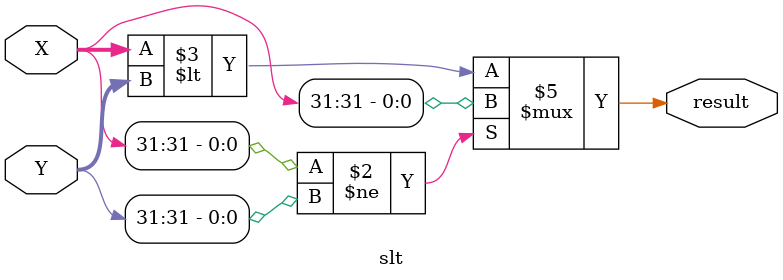
<source format=v>
module slt (X, Y, result);

    parameter n = 32;
    input [n-1:0] X, Y;
    output reg result;

    reg resultReg;

    always @(*) begin
        // Check MSB to see if different sign
        if (X[n-1] != Y[n-1]) begin
            result <= X[n-1];
        // If same sign, check magnitude
        end else begin
            result <= X < Y;
        end
    end

endmodule

</source>
